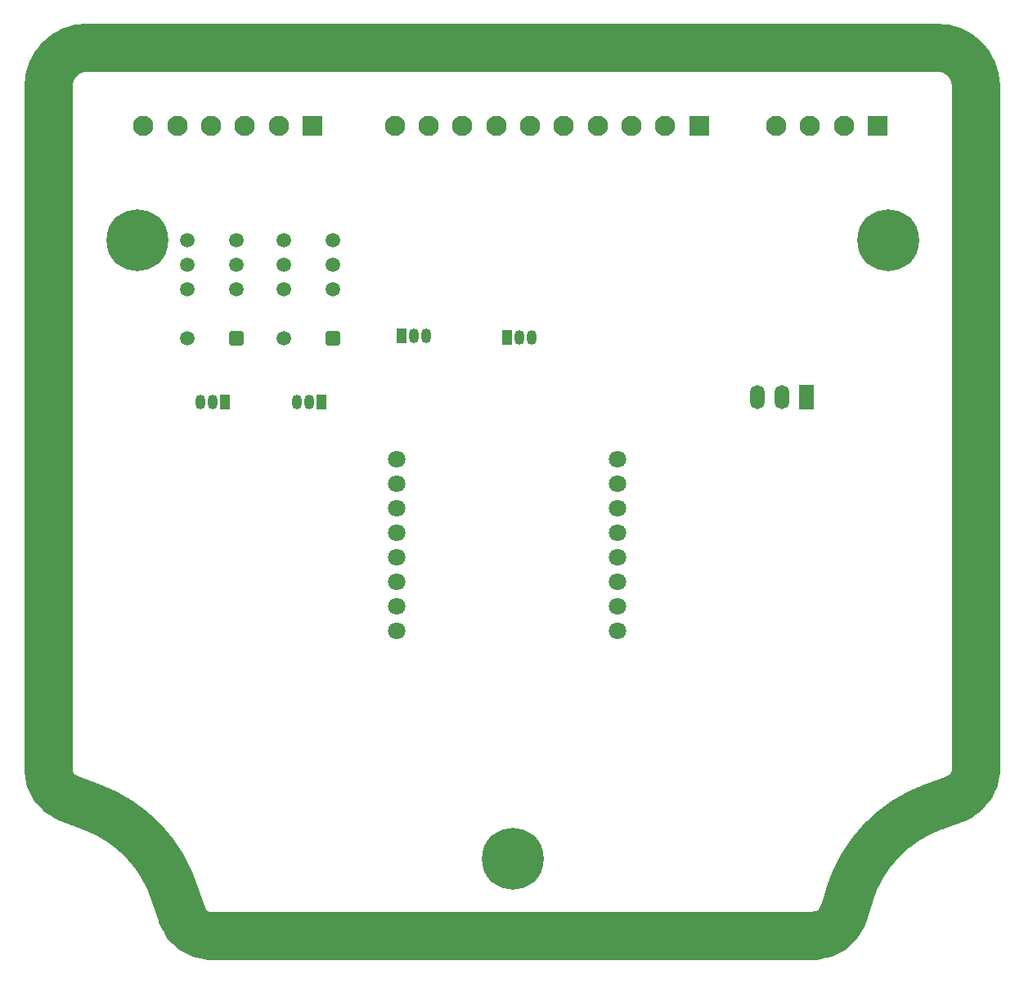
<source format=gbs>
%TF.GenerationSoftware,KiCad,Pcbnew,(6.99.0-3810-gd26b59a0bf)*%
%TF.CreationDate,2022-11-09T12:36:04+00:00*%
%TF.ProjectId,roller-shutter-controller,726f6c6c-6572-42d7-9368-75747465722d,-*%
%TF.SameCoordinates,Original*%
%TF.FileFunction,Soldermask,Bot*%
%TF.FilePolarity,Negative*%
%FSLAX46Y46*%
G04 Gerber Fmt 4.6, Leading zero omitted, Abs format (unit mm)*
G04 Created by KiCad (PCBNEW (6.99.0-3810-gd26b59a0bf)) date 2022-11-09 12:36:04*
%MOMM*%
%LPD*%
G01*
G04 APERTURE LIST*
G04 Aperture macros list*
%AMRoundRect*
0 Rectangle with rounded corners*
0 $1 Rounding radius*
0 $2 $3 $4 $5 $6 $7 $8 $9 X,Y pos of 4 corners*
0 Add a 4 corners polygon primitive as box body*
4,1,4,$2,$3,$4,$5,$6,$7,$8,$9,$2,$3,0*
0 Add four circle primitives for the rounded corners*
1,1,$1+$1,$2,$3*
1,1,$1+$1,$4,$5*
1,1,$1+$1,$6,$7*
1,1,$1+$1,$8,$9*
0 Add four rect primitives between the rounded corners*
20,1,$1+$1,$2,$3,$4,$5,0*
20,1,$1+$1,$4,$5,$6,$7,0*
20,1,$1+$1,$6,$7,$8,$9,0*
20,1,$1+$1,$8,$9,$2,$3,0*%
G04 Aperture macros list end*
%ADD10C,5.000000*%
%ADD11C,6.400000*%
%ADD12R,1.050000X1.500000*%
%ADD13O,1.050000X1.500000*%
%ADD14RoundRect,0.250500X0.499500X0.499500X-0.499500X0.499500X-0.499500X-0.499500X0.499500X-0.499500X0*%
%ADD15C,1.500000*%
%ADD16C,2.100000*%
%ADD17R,2.100000X2.100000*%
%ADD18R,1.500000X2.500000*%
%ADD19O,1.500000X2.500000*%
%ADD20C,1.800000*%
G04 APERTURE END LIST*
D10*
X106870000Y-55047200D02*
X194869700Y-55047200D01*
X115986000Y-142882000D02*
G75*
G03*
X107249040Y-133710464I-13554196J-4164700D01*
G01*
X119532000Y-147047200D02*
X182207600Y-147047200D01*
X115986000Y-142882000D02*
X116684000Y-144989600D01*
X182207600Y-147047199D02*
G75*
G03*
X185055724Y-144989635I0J2999999D01*
G01*
X198869700Y-59047200D02*
G75*
G03*
X194869700Y-55047200I-4000000J0D01*
G01*
X107249000Y-133710500D02*
X104780000Y-132747900D01*
X196959454Y-132747874D02*
G75*
G03*
X198869700Y-129952800I-1089754J2795074D01*
G01*
X102870000Y-59047200D02*
X102870000Y-129952800D01*
X106870000Y-55047200D02*
G75*
G03*
X102870000Y-59047200I24J-4000024D01*
G01*
X194490500Y-133710500D02*
X196959500Y-132747900D01*
X194490560Y-133710465D02*
G75*
G03*
X185753146Y-142881966I4817070J-13336765D01*
G01*
X116683881Y-144989633D02*
G75*
G03*
X119532000Y-147047200I2848169J942493D01*
G01*
X102870000Y-129952800D02*
G75*
G03*
X104780000Y-132747899I2999900J-190D01*
G01*
X198869700Y-59047200D02*
X198869700Y-129952800D01*
X185753200Y-142882000D02*
X185055800Y-144989600D01*
D11*
%TO.C,H1*%
X112061282Y-75051908D03*
%TD*%
%TO.C,H3*%
X189754782Y-75051908D03*
%TD*%
%TO.C,H2*%
X150907682Y-139123978D03*
%TD*%
D12*
%TO.C,Q1*%
X150308987Y-85089999D03*
D13*
X151578987Y-85089999D03*
X152848987Y-85089999D03*
%TD*%
D14*
%TO.C,K1*%
X132296488Y-85151478D03*
D15*
X132296488Y-80071478D03*
X132296488Y-77531478D03*
X132296488Y-74991478D03*
X127216488Y-74991478D03*
X127216488Y-77531478D03*
X127216488Y-80071478D03*
X127216488Y-85151478D03*
%TD*%
D12*
%TO.C,Q3*%
X121098987Y-91763977D03*
D13*
X119828987Y-91763977D03*
X118558987Y-91763977D03*
%TD*%
D16*
%TO.C,J1*%
X112681488Y-63171012D03*
X116181488Y-63171012D03*
X119681488Y-63171012D03*
X123181488Y-63171012D03*
X126681488Y-63171012D03*
D17*
X130181487Y-63171011D03*
%TD*%
D18*
%TO.C,U2*%
X181328987Y-91271011D03*
D19*
X178788987Y-91271011D03*
X176248987Y-91271011D03*
%TD*%
D14*
%TO.C,K2*%
X122296488Y-85151478D03*
D15*
X122296488Y-80071478D03*
X122296488Y-77531478D03*
X122296488Y-74991478D03*
X117216488Y-74991478D03*
X117216488Y-77531478D03*
X117216488Y-80071478D03*
X117216488Y-85151478D03*
%TD*%
D17*
%TO.C,J3*%
X188681487Y-63171011D03*
D16*
X185181488Y-63171012D03*
X181681488Y-63171012D03*
X178181488Y-63171012D03*
%TD*%
D12*
%TO.C,Q4*%
X139445999Y-84941999D03*
D13*
X140715999Y-84941999D03*
X141985999Y-84941999D03*
%TD*%
D12*
%TO.C,Q2*%
X131098987Y-91763977D03*
D13*
X129828987Y-91763977D03*
X128558987Y-91763977D03*
%TD*%
D17*
%TO.C,J2*%
X170199581Y-63171011D03*
D16*
X166699582Y-63171012D03*
X163199582Y-63171012D03*
X159699582Y-63171012D03*
X156199582Y-63171012D03*
X152699582Y-63171012D03*
X149199582Y-63171012D03*
X145699582Y-63171012D03*
X142199582Y-63171012D03*
X138699582Y-63171012D03*
%TD*%
D20*
%TO.C,U1*%
X138900000Y-97710000D03*
X138900000Y-100250000D03*
X138900000Y-102790000D03*
X138900000Y-105330000D03*
X138900000Y-107870000D03*
X138900000Y-110410000D03*
X138900000Y-112950000D03*
X138900000Y-115490000D03*
X161760000Y-115490000D03*
X161760000Y-112950000D03*
X161760000Y-110410000D03*
X161760000Y-107870000D03*
X161760000Y-105330000D03*
X161760000Y-102790000D03*
X161760000Y-100250000D03*
X161760000Y-97710000D03*
%TD*%
M02*

</source>
